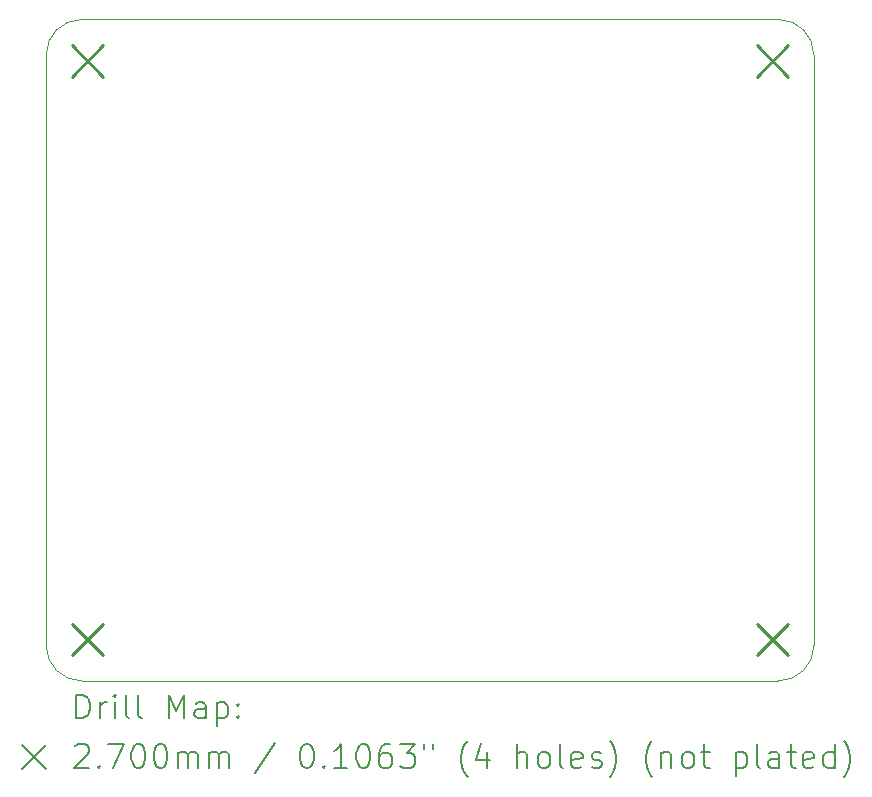
<source format=gbr>
%TF.GenerationSoftware,KiCad,Pcbnew,7.0.8*%
%TF.CreationDate,2023-11-16T11:09:49+00:00*%
%TF.ProjectId,ActionServer,41637469-6f6e-4536-9572-7665722e6b69,rev?*%
%TF.SameCoordinates,Original*%
%TF.FileFunction,Drillmap*%
%TF.FilePolarity,Positive*%
%FSLAX45Y45*%
G04 Gerber Fmt 4.5, Leading zero omitted, Abs format (unit mm)*
G04 Created by KiCad (PCBNEW 7.0.8) date 2023-11-16 11:09:49*
%MOMM*%
%LPD*%
G01*
G04 APERTURE LIST*
%ADD10C,0.100000*%
%ADD11C,0.200000*%
%ADD12C,0.270000*%
G04 APERTURE END LIST*
D10*
X16500000Y-4700000D02*
G75*
G03*
X16200000Y-4400000I-300000J0D01*
G01*
X16500000Y-9700000D02*
X16500000Y-4700000D01*
X10000000Y-4700000D02*
X10000000Y-8100000D01*
X10000000Y-9700000D02*
G75*
G03*
X10300000Y-10000000I300000J0D01*
G01*
X10300000Y-10000000D02*
X16200000Y-10000000D01*
X16200000Y-10000000D02*
G75*
G03*
X16500000Y-9700000I0J300000D01*
G01*
X10300000Y-4400000D02*
G75*
G03*
X10000000Y-4700000I0J-300000D01*
G01*
X10000000Y-8100000D02*
X10000000Y-9700000D01*
X16200000Y-4400000D02*
X10300000Y-4400000D01*
D11*
D12*
X10215000Y-4615000D02*
X10485000Y-4885000D01*
X10485000Y-4615000D02*
X10215000Y-4885000D01*
X10215000Y-9515000D02*
X10485000Y-9785000D01*
X10485000Y-9515000D02*
X10215000Y-9785000D01*
X16015000Y-4615000D02*
X16285000Y-4885000D01*
X16285000Y-4615000D02*
X16015000Y-4885000D01*
X16015000Y-9515000D02*
X16285000Y-9785000D01*
X16285000Y-9515000D02*
X16015000Y-9785000D01*
D11*
X10255777Y-10316484D02*
X10255777Y-10116484D01*
X10255777Y-10116484D02*
X10303396Y-10116484D01*
X10303396Y-10116484D02*
X10331967Y-10126008D01*
X10331967Y-10126008D02*
X10351015Y-10145055D01*
X10351015Y-10145055D02*
X10360539Y-10164103D01*
X10360539Y-10164103D02*
X10370063Y-10202198D01*
X10370063Y-10202198D02*
X10370063Y-10230770D01*
X10370063Y-10230770D02*
X10360539Y-10268865D01*
X10360539Y-10268865D02*
X10351015Y-10287912D01*
X10351015Y-10287912D02*
X10331967Y-10306960D01*
X10331967Y-10306960D02*
X10303396Y-10316484D01*
X10303396Y-10316484D02*
X10255777Y-10316484D01*
X10455777Y-10316484D02*
X10455777Y-10183150D01*
X10455777Y-10221246D02*
X10465301Y-10202198D01*
X10465301Y-10202198D02*
X10474824Y-10192674D01*
X10474824Y-10192674D02*
X10493872Y-10183150D01*
X10493872Y-10183150D02*
X10512920Y-10183150D01*
X10579586Y-10316484D02*
X10579586Y-10183150D01*
X10579586Y-10116484D02*
X10570063Y-10126008D01*
X10570063Y-10126008D02*
X10579586Y-10135531D01*
X10579586Y-10135531D02*
X10589110Y-10126008D01*
X10589110Y-10126008D02*
X10579586Y-10116484D01*
X10579586Y-10116484D02*
X10579586Y-10135531D01*
X10703396Y-10316484D02*
X10684348Y-10306960D01*
X10684348Y-10306960D02*
X10674824Y-10287912D01*
X10674824Y-10287912D02*
X10674824Y-10116484D01*
X10808158Y-10316484D02*
X10789110Y-10306960D01*
X10789110Y-10306960D02*
X10779586Y-10287912D01*
X10779586Y-10287912D02*
X10779586Y-10116484D01*
X11036729Y-10316484D02*
X11036729Y-10116484D01*
X11036729Y-10116484D02*
X11103396Y-10259341D01*
X11103396Y-10259341D02*
X11170063Y-10116484D01*
X11170063Y-10116484D02*
X11170063Y-10316484D01*
X11351015Y-10316484D02*
X11351015Y-10211722D01*
X11351015Y-10211722D02*
X11341491Y-10192674D01*
X11341491Y-10192674D02*
X11322443Y-10183150D01*
X11322443Y-10183150D02*
X11284348Y-10183150D01*
X11284348Y-10183150D02*
X11265301Y-10192674D01*
X11351015Y-10306960D02*
X11331967Y-10316484D01*
X11331967Y-10316484D02*
X11284348Y-10316484D01*
X11284348Y-10316484D02*
X11265301Y-10306960D01*
X11265301Y-10306960D02*
X11255777Y-10287912D01*
X11255777Y-10287912D02*
X11255777Y-10268865D01*
X11255777Y-10268865D02*
X11265301Y-10249817D01*
X11265301Y-10249817D02*
X11284348Y-10240293D01*
X11284348Y-10240293D02*
X11331967Y-10240293D01*
X11331967Y-10240293D02*
X11351015Y-10230770D01*
X11446253Y-10183150D02*
X11446253Y-10383150D01*
X11446253Y-10192674D02*
X11465301Y-10183150D01*
X11465301Y-10183150D02*
X11503396Y-10183150D01*
X11503396Y-10183150D02*
X11522443Y-10192674D01*
X11522443Y-10192674D02*
X11531967Y-10202198D01*
X11531967Y-10202198D02*
X11541491Y-10221246D01*
X11541491Y-10221246D02*
X11541491Y-10278389D01*
X11541491Y-10278389D02*
X11531967Y-10297436D01*
X11531967Y-10297436D02*
X11522443Y-10306960D01*
X11522443Y-10306960D02*
X11503396Y-10316484D01*
X11503396Y-10316484D02*
X11465301Y-10316484D01*
X11465301Y-10316484D02*
X11446253Y-10306960D01*
X11627205Y-10297436D02*
X11636729Y-10306960D01*
X11636729Y-10306960D02*
X11627205Y-10316484D01*
X11627205Y-10316484D02*
X11617682Y-10306960D01*
X11617682Y-10306960D02*
X11627205Y-10297436D01*
X11627205Y-10297436D02*
X11627205Y-10316484D01*
X11627205Y-10192674D02*
X11636729Y-10202198D01*
X11636729Y-10202198D02*
X11627205Y-10211722D01*
X11627205Y-10211722D02*
X11617682Y-10202198D01*
X11617682Y-10202198D02*
X11627205Y-10192674D01*
X11627205Y-10192674D02*
X11627205Y-10211722D01*
X9795000Y-10545000D02*
X9995000Y-10745000D01*
X9995000Y-10545000D02*
X9795000Y-10745000D01*
X10246253Y-10555531D02*
X10255777Y-10546008D01*
X10255777Y-10546008D02*
X10274824Y-10536484D01*
X10274824Y-10536484D02*
X10322444Y-10536484D01*
X10322444Y-10536484D02*
X10341491Y-10546008D01*
X10341491Y-10546008D02*
X10351015Y-10555531D01*
X10351015Y-10555531D02*
X10360539Y-10574579D01*
X10360539Y-10574579D02*
X10360539Y-10593627D01*
X10360539Y-10593627D02*
X10351015Y-10622198D01*
X10351015Y-10622198D02*
X10236729Y-10736484D01*
X10236729Y-10736484D02*
X10360539Y-10736484D01*
X10446253Y-10717436D02*
X10455777Y-10726960D01*
X10455777Y-10726960D02*
X10446253Y-10736484D01*
X10446253Y-10736484D02*
X10436729Y-10726960D01*
X10436729Y-10726960D02*
X10446253Y-10717436D01*
X10446253Y-10717436D02*
X10446253Y-10736484D01*
X10522444Y-10536484D02*
X10655777Y-10536484D01*
X10655777Y-10536484D02*
X10570063Y-10736484D01*
X10770063Y-10536484D02*
X10789110Y-10536484D01*
X10789110Y-10536484D02*
X10808158Y-10546008D01*
X10808158Y-10546008D02*
X10817682Y-10555531D01*
X10817682Y-10555531D02*
X10827205Y-10574579D01*
X10827205Y-10574579D02*
X10836729Y-10612674D01*
X10836729Y-10612674D02*
X10836729Y-10660293D01*
X10836729Y-10660293D02*
X10827205Y-10698389D01*
X10827205Y-10698389D02*
X10817682Y-10717436D01*
X10817682Y-10717436D02*
X10808158Y-10726960D01*
X10808158Y-10726960D02*
X10789110Y-10736484D01*
X10789110Y-10736484D02*
X10770063Y-10736484D01*
X10770063Y-10736484D02*
X10751015Y-10726960D01*
X10751015Y-10726960D02*
X10741491Y-10717436D01*
X10741491Y-10717436D02*
X10731967Y-10698389D01*
X10731967Y-10698389D02*
X10722444Y-10660293D01*
X10722444Y-10660293D02*
X10722444Y-10612674D01*
X10722444Y-10612674D02*
X10731967Y-10574579D01*
X10731967Y-10574579D02*
X10741491Y-10555531D01*
X10741491Y-10555531D02*
X10751015Y-10546008D01*
X10751015Y-10546008D02*
X10770063Y-10536484D01*
X10960539Y-10536484D02*
X10979586Y-10536484D01*
X10979586Y-10536484D02*
X10998634Y-10546008D01*
X10998634Y-10546008D02*
X11008158Y-10555531D01*
X11008158Y-10555531D02*
X11017682Y-10574579D01*
X11017682Y-10574579D02*
X11027205Y-10612674D01*
X11027205Y-10612674D02*
X11027205Y-10660293D01*
X11027205Y-10660293D02*
X11017682Y-10698389D01*
X11017682Y-10698389D02*
X11008158Y-10717436D01*
X11008158Y-10717436D02*
X10998634Y-10726960D01*
X10998634Y-10726960D02*
X10979586Y-10736484D01*
X10979586Y-10736484D02*
X10960539Y-10736484D01*
X10960539Y-10736484D02*
X10941491Y-10726960D01*
X10941491Y-10726960D02*
X10931967Y-10717436D01*
X10931967Y-10717436D02*
X10922444Y-10698389D01*
X10922444Y-10698389D02*
X10912920Y-10660293D01*
X10912920Y-10660293D02*
X10912920Y-10612674D01*
X10912920Y-10612674D02*
X10922444Y-10574579D01*
X10922444Y-10574579D02*
X10931967Y-10555531D01*
X10931967Y-10555531D02*
X10941491Y-10546008D01*
X10941491Y-10546008D02*
X10960539Y-10536484D01*
X11112920Y-10736484D02*
X11112920Y-10603150D01*
X11112920Y-10622198D02*
X11122444Y-10612674D01*
X11122444Y-10612674D02*
X11141491Y-10603150D01*
X11141491Y-10603150D02*
X11170063Y-10603150D01*
X11170063Y-10603150D02*
X11189110Y-10612674D01*
X11189110Y-10612674D02*
X11198634Y-10631722D01*
X11198634Y-10631722D02*
X11198634Y-10736484D01*
X11198634Y-10631722D02*
X11208158Y-10612674D01*
X11208158Y-10612674D02*
X11227205Y-10603150D01*
X11227205Y-10603150D02*
X11255777Y-10603150D01*
X11255777Y-10603150D02*
X11274824Y-10612674D01*
X11274824Y-10612674D02*
X11284348Y-10631722D01*
X11284348Y-10631722D02*
X11284348Y-10736484D01*
X11379586Y-10736484D02*
X11379586Y-10603150D01*
X11379586Y-10622198D02*
X11389110Y-10612674D01*
X11389110Y-10612674D02*
X11408158Y-10603150D01*
X11408158Y-10603150D02*
X11436729Y-10603150D01*
X11436729Y-10603150D02*
X11455777Y-10612674D01*
X11455777Y-10612674D02*
X11465301Y-10631722D01*
X11465301Y-10631722D02*
X11465301Y-10736484D01*
X11465301Y-10631722D02*
X11474824Y-10612674D01*
X11474824Y-10612674D02*
X11493872Y-10603150D01*
X11493872Y-10603150D02*
X11522443Y-10603150D01*
X11522443Y-10603150D02*
X11541491Y-10612674D01*
X11541491Y-10612674D02*
X11551015Y-10631722D01*
X11551015Y-10631722D02*
X11551015Y-10736484D01*
X11941491Y-10526960D02*
X11770063Y-10784103D01*
X12198634Y-10536484D02*
X12217682Y-10536484D01*
X12217682Y-10536484D02*
X12236729Y-10546008D01*
X12236729Y-10546008D02*
X12246253Y-10555531D01*
X12246253Y-10555531D02*
X12255777Y-10574579D01*
X12255777Y-10574579D02*
X12265301Y-10612674D01*
X12265301Y-10612674D02*
X12265301Y-10660293D01*
X12265301Y-10660293D02*
X12255777Y-10698389D01*
X12255777Y-10698389D02*
X12246253Y-10717436D01*
X12246253Y-10717436D02*
X12236729Y-10726960D01*
X12236729Y-10726960D02*
X12217682Y-10736484D01*
X12217682Y-10736484D02*
X12198634Y-10736484D01*
X12198634Y-10736484D02*
X12179586Y-10726960D01*
X12179586Y-10726960D02*
X12170063Y-10717436D01*
X12170063Y-10717436D02*
X12160539Y-10698389D01*
X12160539Y-10698389D02*
X12151015Y-10660293D01*
X12151015Y-10660293D02*
X12151015Y-10612674D01*
X12151015Y-10612674D02*
X12160539Y-10574579D01*
X12160539Y-10574579D02*
X12170063Y-10555531D01*
X12170063Y-10555531D02*
X12179586Y-10546008D01*
X12179586Y-10546008D02*
X12198634Y-10536484D01*
X12351015Y-10717436D02*
X12360539Y-10726960D01*
X12360539Y-10726960D02*
X12351015Y-10736484D01*
X12351015Y-10736484D02*
X12341491Y-10726960D01*
X12341491Y-10726960D02*
X12351015Y-10717436D01*
X12351015Y-10717436D02*
X12351015Y-10736484D01*
X12551015Y-10736484D02*
X12436729Y-10736484D01*
X12493872Y-10736484D02*
X12493872Y-10536484D01*
X12493872Y-10536484D02*
X12474825Y-10565055D01*
X12474825Y-10565055D02*
X12455777Y-10584103D01*
X12455777Y-10584103D02*
X12436729Y-10593627D01*
X12674825Y-10536484D02*
X12693872Y-10536484D01*
X12693872Y-10536484D02*
X12712920Y-10546008D01*
X12712920Y-10546008D02*
X12722444Y-10555531D01*
X12722444Y-10555531D02*
X12731967Y-10574579D01*
X12731967Y-10574579D02*
X12741491Y-10612674D01*
X12741491Y-10612674D02*
X12741491Y-10660293D01*
X12741491Y-10660293D02*
X12731967Y-10698389D01*
X12731967Y-10698389D02*
X12722444Y-10717436D01*
X12722444Y-10717436D02*
X12712920Y-10726960D01*
X12712920Y-10726960D02*
X12693872Y-10736484D01*
X12693872Y-10736484D02*
X12674825Y-10736484D01*
X12674825Y-10736484D02*
X12655777Y-10726960D01*
X12655777Y-10726960D02*
X12646253Y-10717436D01*
X12646253Y-10717436D02*
X12636729Y-10698389D01*
X12636729Y-10698389D02*
X12627206Y-10660293D01*
X12627206Y-10660293D02*
X12627206Y-10612674D01*
X12627206Y-10612674D02*
X12636729Y-10574579D01*
X12636729Y-10574579D02*
X12646253Y-10555531D01*
X12646253Y-10555531D02*
X12655777Y-10546008D01*
X12655777Y-10546008D02*
X12674825Y-10536484D01*
X12912920Y-10536484D02*
X12874825Y-10536484D01*
X12874825Y-10536484D02*
X12855777Y-10546008D01*
X12855777Y-10546008D02*
X12846253Y-10555531D01*
X12846253Y-10555531D02*
X12827206Y-10584103D01*
X12827206Y-10584103D02*
X12817682Y-10622198D01*
X12817682Y-10622198D02*
X12817682Y-10698389D01*
X12817682Y-10698389D02*
X12827206Y-10717436D01*
X12827206Y-10717436D02*
X12836729Y-10726960D01*
X12836729Y-10726960D02*
X12855777Y-10736484D01*
X12855777Y-10736484D02*
X12893872Y-10736484D01*
X12893872Y-10736484D02*
X12912920Y-10726960D01*
X12912920Y-10726960D02*
X12922444Y-10717436D01*
X12922444Y-10717436D02*
X12931967Y-10698389D01*
X12931967Y-10698389D02*
X12931967Y-10650770D01*
X12931967Y-10650770D02*
X12922444Y-10631722D01*
X12922444Y-10631722D02*
X12912920Y-10622198D01*
X12912920Y-10622198D02*
X12893872Y-10612674D01*
X12893872Y-10612674D02*
X12855777Y-10612674D01*
X12855777Y-10612674D02*
X12836729Y-10622198D01*
X12836729Y-10622198D02*
X12827206Y-10631722D01*
X12827206Y-10631722D02*
X12817682Y-10650770D01*
X12998634Y-10536484D02*
X13122444Y-10536484D01*
X13122444Y-10536484D02*
X13055777Y-10612674D01*
X13055777Y-10612674D02*
X13084348Y-10612674D01*
X13084348Y-10612674D02*
X13103396Y-10622198D01*
X13103396Y-10622198D02*
X13112920Y-10631722D01*
X13112920Y-10631722D02*
X13122444Y-10650770D01*
X13122444Y-10650770D02*
X13122444Y-10698389D01*
X13122444Y-10698389D02*
X13112920Y-10717436D01*
X13112920Y-10717436D02*
X13103396Y-10726960D01*
X13103396Y-10726960D02*
X13084348Y-10736484D01*
X13084348Y-10736484D02*
X13027206Y-10736484D01*
X13027206Y-10736484D02*
X13008158Y-10726960D01*
X13008158Y-10726960D02*
X12998634Y-10717436D01*
X13198634Y-10536484D02*
X13198634Y-10574579D01*
X13274825Y-10536484D02*
X13274825Y-10574579D01*
X13570063Y-10812674D02*
X13560539Y-10803150D01*
X13560539Y-10803150D02*
X13541491Y-10774579D01*
X13541491Y-10774579D02*
X13531968Y-10755531D01*
X13531968Y-10755531D02*
X13522444Y-10726960D01*
X13522444Y-10726960D02*
X13512920Y-10679341D01*
X13512920Y-10679341D02*
X13512920Y-10641246D01*
X13512920Y-10641246D02*
X13522444Y-10593627D01*
X13522444Y-10593627D02*
X13531968Y-10565055D01*
X13531968Y-10565055D02*
X13541491Y-10546008D01*
X13541491Y-10546008D02*
X13560539Y-10517436D01*
X13560539Y-10517436D02*
X13570063Y-10507912D01*
X13731968Y-10603150D02*
X13731968Y-10736484D01*
X13684348Y-10526960D02*
X13636729Y-10669817D01*
X13636729Y-10669817D02*
X13760539Y-10669817D01*
X13989110Y-10736484D02*
X13989110Y-10536484D01*
X14074825Y-10736484D02*
X14074825Y-10631722D01*
X14074825Y-10631722D02*
X14065301Y-10612674D01*
X14065301Y-10612674D02*
X14046253Y-10603150D01*
X14046253Y-10603150D02*
X14017682Y-10603150D01*
X14017682Y-10603150D02*
X13998634Y-10612674D01*
X13998634Y-10612674D02*
X13989110Y-10622198D01*
X14198634Y-10736484D02*
X14179587Y-10726960D01*
X14179587Y-10726960D02*
X14170063Y-10717436D01*
X14170063Y-10717436D02*
X14160539Y-10698389D01*
X14160539Y-10698389D02*
X14160539Y-10641246D01*
X14160539Y-10641246D02*
X14170063Y-10622198D01*
X14170063Y-10622198D02*
X14179587Y-10612674D01*
X14179587Y-10612674D02*
X14198634Y-10603150D01*
X14198634Y-10603150D02*
X14227206Y-10603150D01*
X14227206Y-10603150D02*
X14246253Y-10612674D01*
X14246253Y-10612674D02*
X14255777Y-10622198D01*
X14255777Y-10622198D02*
X14265301Y-10641246D01*
X14265301Y-10641246D02*
X14265301Y-10698389D01*
X14265301Y-10698389D02*
X14255777Y-10717436D01*
X14255777Y-10717436D02*
X14246253Y-10726960D01*
X14246253Y-10726960D02*
X14227206Y-10736484D01*
X14227206Y-10736484D02*
X14198634Y-10736484D01*
X14379587Y-10736484D02*
X14360539Y-10726960D01*
X14360539Y-10726960D02*
X14351015Y-10707912D01*
X14351015Y-10707912D02*
X14351015Y-10536484D01*
X14531968Y-10726960D02*
X14512920Y-10736484D01*
X14512920Y-10736484D02*
X14474825Y-10736484D01*
X14474825Y-10736484D02*
X14455777Y-10726960D01*
X14455777Y-10726960D02*
X14446253Y-10707912D01*
X14446253Y-10707912D02*
X14446253Y-10631722D01*
X14446253Y-10631722D02*
X14455777Y-10612674D01*
X14455777Y-10612674D02*
X14474825Y-10603150D01*
X14474825Y-10603150D02*
X14512920Y-10603150D01*
X14512920Y-10603150D02*
X14531968Y-10612674D01*
X14531968Y-10612674D02*
X14541491Y-10631722D01*
X14541491Y-10631722D02*
X14541491Y-10650770D01*
X14541491Y-10650770D02*
X14446253Y-10669817D01*
X14617682Y-10726960D02*
X14636730Y-10736484D01*
X14636730Y-10736484D02*
X14674825Y-10736484D01*
X14674825Y-10736484D02*
X14693872Y-10726960D01*
X14693872Y-10726960D02*
X14703396Y-10707912D01*
X14703396Y-10707912D02*
X14703396Y-10698389D01*
X14703396Y-10698389D02*
X14693872Y-10679341D01*
X14693872Y-10679341D02*
X14674825Y-10669817D01*
X14674825Y-10669817D02*
X14646253Y-10669817D01*
X14646253Y-10669817D02*
X14627206Y-10660293D01*
X14627206Y-10660293D02*
X14617682Y-10641246D01*
X14617682Y-10641246D02*
X14617682Y-10631722D01*
X14617682Y-10631722D02*
X14627206Y-10612674D01*
X14627206Y-10612674D02*
X14646253Y-10603150D01*
X14646253Y-10603150D02*
X14674825Y-10603150D01*
X14674825Y-10603150D02*
X14693872Y-10612674D01*
X14770063Y-10812674D02*
X14779587Y-10803150D01*
X14779587Y-10803150D02*
X14798634Y-10774579D01*
X14798634Y-10774579D02*
X14808158Y-10755531D01*
X14808158Y-10755531D02*
X14817682Y-10726960D01*
X14817682Y-10726960D02*
X14827206Y-10679341D01*
X14827206Y-10679341D02*
X14827206Y-10641246D01*
X14827206Y-10641246D02*
X14817682Y-10593627D01*
X14817682Y-10593627D02*
X14808158Y-10565055D01*
X14808158Y-10565055D02*
X14798634Y-10546008D01*
X14798634Y-10546008D02*
X14779587Y-10517436D01*
X14779587Y-10517436D02*
X14770063Y-10507912D01*
X15131968Y-10812674D02*
X15122444Y-10803150D01*
X15122444Y-10803150D02*
X15103396Y-10774579D01*
X15103396Y-10774579D02*
X15093872Y-10755531D01*
X15093872Y-10755531D02*
X15084349Y-10726960D01*
X15084349Y-10726960D02*
X15074825Y-10679341D01*
X15074825Y-10679341D02*
X15074825Y-10641246D01*
X15074825Y-10641246D02*
X15084349Y-10593627D01*
X15084349Y-10593627D02*
X15093872Y-10565055D01*
X15093872Y-10565055D02*
X15103396Y-10546008D01*
X15103396Y-10546008D02*
X15122444Y-10517436D01*
X15122444Y-10517436D02*
X15131968Y-10507912D01*
X15208158Y-10603150D02*
X15208158Y-10736484D01*
X15208158Y-10622198D02*
X15217682Y-10612674D01*
X15217682Y-10612674D02*
X15236730Y-10603150D01*
X15236730Y-10603150D02*
X15265301Y-10603150D01*
X15265301Y-10603150D02*
X15284349Y-10612674D01*
X15284349Y-10612674D02*
X15293872Y-10631722D01*
X15293872Y-10631722D02*
X15293872Y-10736484D01*
X15417682Y-10736484D02*
X15398634Y-10726960D01*
X15398634Y-10726960D02*
X15389111Y-10717436D01*
X15389111Y-10717436D02*
X15379587Y-10698389D01*
X15379587Y-10698389D02*
X15379587Y-10641246D01*
X15379587Y-10641246D02*
X15389111Y-10622198D01*
X15389111Y-10622198D02*
X15398634Y-10612674D01*
X15398634Y-10612674D02*
X15417682Y-10603150D01*
X15417682Y-10603150D02*
X15446253Y-10603150D01*
X15446253Y-10603150D02*
X15465301Y-10612674D01*
X15465301Y-10612674D02*
X15474825Y-10622198D01*
X15474825Y-10622198D02*
X15484349Y-10641246D01*
X15484349Y-10641246D02*
X15484349Y-10698389D01*
X15484349Y-10698389D02*
X15474825Y-10717436D01*
X15474825Y-10717436D02*
X15465301Y-10726960D01*
X15465301Y-10726960D02*
X15446253Y-10736484D01*
X15446253Y-10736484D02*
X15417682Y-10736484D01*
X15541492Y-10603150D02*
X15617682Y-10603150D01*
X15570063Y-10536484D02*
X15570063Y-10707912D01*
X15570063Y-10707912D02*
X15579587Y-10726960D01*
X15579587Y-10726960D02*
X15598634Y-10736484D01*
X15598634Y-10736484D02*
X15617682Y-10736484D01*
X15836730Y-10603150D02*
X15836730Y-10803150D01*
X15836730Y-10612674D02*
X15855777Y-10603150D01*
X15855777Y-10603150D02*
X15893873Y-10603150D01*
X15893873Y-10603150D02*
X15912920Y-10612674D01*
X15912920Y-10612674D02*
X15922444Y-10622198D01*
X15922444Y-10622198D02*
X15931968Y-10641246D01*
X15931968Y-10641246D02*
X15931968Y-10698389D01*
X15931968Y-10698389D02*
X15922444Y-10717436D01*
X15922444Y-10717436D02*
X15912920Y-10726960D01*
X15912920Y-10726960D02*
X15893873Y-10736484D01*
X15893873Y-10736484D02*
X15855777Y-10736484D01*
X15855777Y-10736484D02*
X15836730Y-10726960D01*
X16046253Y-10736484D02*
X16027206Y-10726960D01*
X16027206Y-10726960D02*
X16017682Y-10707912D01*
X16017682Y-10707912D02*
X16017682Y-10536484D01*
X16208158Y-10736484D02*
X16208158Y-10631722D01*
X16208158Y-10631722D02*
X16198634Y-10612674D01*
X16198634Y-10612674D02*
X16179587Y-10603150D01*
X16179587Y-10603150D02*
X16141492Y-10603150D01*
X16141492Y-10603150D02*
X16122444Y-10612674D01*
X16208158Y-10726960D02*
X16189111Y-10736484D01*
X16189111Y-10736484D02*
X16141492Y-10736484D01*
X16141492Y-10736484D02*
X16122444Y-10726960D01*
X16122444Y-10726960D02*
X16112920Y-10707912D01*
X16112920Y-10707912D02*
X16112920Y-10688865D01*
X16112920Y-10688865D02*
X16122444Y-10669817D01*
X16122444Y-10669817D02*
X16141492Y-10660293D01*
X16141492Y-10660293D02*
X16189111Y-10660293D01*
X16189111Y-10660293D02*
X16208158Y-10650770D01*
X16274825Y-10603150D02*
X16351015Y-10603150D01*
X16303396Y-10536484D02*
X16303396Y-10707912D01*
X16303396Y-10707912D02*
X16312920Y-10726960D01*
X16312920Y-10726960D02*
X16331968Y-10736484D01*
X16331968Y-10736484D02*
X16351015Y-10736484D01*
X16493873Y-10726960D02*
X16474825Y-10736484D01*
X16474825Y-10736484D02*
X16436730Y-10736484D01*
X16436730Y-10736484D02*
X16417682Y-10726960D01*
X16417682Y-10726960D02*
X16408158Y-10707912D01*
X16408158Y-10707912D02*
X16408158Y-10631722D01*
X16408158Y-10631722D02*
X16417682Y-10612674D01*
X16417682Y-10612674D02*
X16436730Y-10603150D01*
X16436730Y-10603150D02*
X16474825Y-10603150D01*
X16474825Y-10603150D02*
X16493873Y-10612674D01*
X16493873Y-10612674D02*
X16503396Y-10631722D01*
X16503396Y-10631722D02*
X16503396Y-10650770D01*
X16503396Y-10650770D02*
X16408158Y-10669817D01*
X16674825Y-10736484D02*
X16674825Y-10536484D01*
X16674825Y-10726960D02*
X16655777Y-10736484D01*
X16655777Y-10736484D02*
X16617682Y-10736484D01*
X16617682Y-10736484D02*
X16598634Y-10726960D01*
X16598634Y-10726960D02*
X16589111Y-10717436D01*
X16589111Y-10717436D02*
X16579587Y-10698389D01*
X16579587Y-10698389D02*
X16579587Y-10641246D01*
X16579587Y-10641246D02*
X16589111Y-10622198D01*
X16589111Y-10622198D02*
X16598634Y-10612674D01*
X16598634Y-10612674D02*
X16617682Y-10603150D01*
X16617682Y-10603150D02*
X16655777Y-10603150D01*
X16655777Y-10603150D02*
X16674825Y-10612674D01*
X16751015Y-10812674D02*
X16760539Y-10803150D01*
X16760539Y-10803150D02*
X16779587Y-10774579D01*
X16779587Y-10774579D02*
X16789111Y-10755531D01*
X16789111Y-10755531D02*
X16798635Y-10726960D01*
X16798635Y-10726960D02*
X16808158Y-10679341D01*
X16808158Y-10679341D02*
X16808158Y-10641246D01*
X16808158Y-10641246D02*
X16798635Y-10593627D01*
X16798635Y-10593627D02*
X16789111Y-10565055D01*
X16789111Y-10565055D02*
X16779587Y-10546008D01*
X16779587Y-10546008D02*
X16760539Y-10517436D01*
X16760539Y-10517436D02*
X16751015Y-10507912D01*
M02*

</source>
